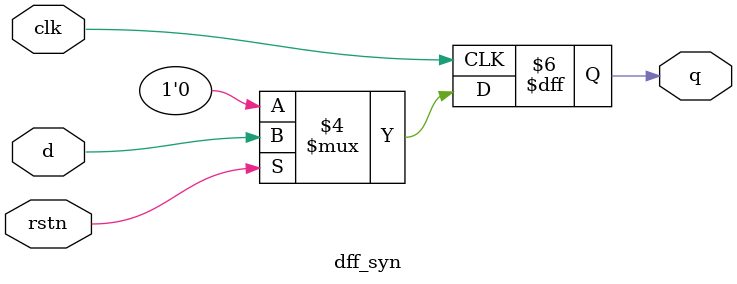
<source format=v>
`timescale 1ns / 1ps


module dff_syn(
    input d, rstn, clk,
    output reg q
);

    always @ (posedge clk)
        if(!rstn)
            q <= 0;
        else
            q <= d;
    
endmodule

</source>
